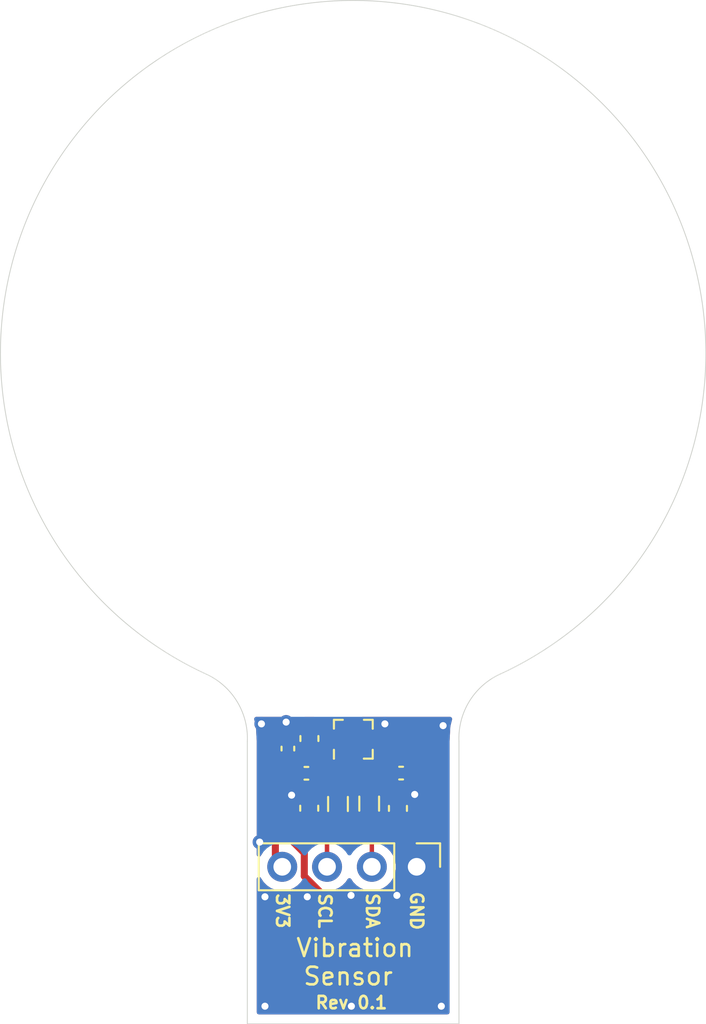
<source format=kicad_pcb>
(kicad_pcb (version 20171130) (host pcbnew "(5.1.8-0-10_14)")

  (general
    (thickness 1.6)
    (drawings 14)
    (tracks 77)
    (zones 0)
    (modules 11)
    (nets 7)
  )

  (page A4)
  (layers
    (0 F.Cu signal)
    (31 B.Cu signal)
    (32 B.Adhes user)
    (33 F.Adhes user)
    (34 B.Paste user)
    (35 F.Paste user)
    (36 B.SilkS user)
    (37 F.SilkS user)
    (38 B.Mask user hide)
    (39 F.Mask user hide)
    (40 Dwgs.User user hide)
    (41 Cmts.User user)
    (42 Eco1.User user)
    (43 Eco2.User user)
    (44 Edge.Cuts user)
    (45 Margin user)
    (46 B.CrtYd user)
    (47 F.CrtYd user)
    (48 B.Fab user)
    (49 F.Fab user)
  )

  (setup
    (last_trace_width 0.6)
    (user_trace_width 0.3)
    (user_trace_width 0.4)
    (user_trace_width 0.6)
    (user_trace_width 1)
    (trace_clearance 0.2)
    (zone_clearance 0.508)
    (zone_45_only no)
    (trace_min 0.2)
    (via_size 0.8)
    (via_drill 0.4)
    (via_min_size 0.4)
    (via_min_drill 0.3)
    (uvia_size 0.3)
    (uvia_drill 0.1)
    (uvias_allowed no)
    (uvia_min_size 0.2)
    (uvia_min_drill 0.1)
    (edge_width 0.05)
    (segment_width 0.2)
    (pcb_text_width 0.3)
    (pcb_text_size 1.5 1.5)
    (mod_edge_width 0.12)
    (mod_text_size 1 1)
    (mod_text_width 0.15)
    (pad_size 1.524 1.524)
    (pad_drill 0.762)
    (pad_to_mask_clearance 0)
    (aux_axis_origin 0 0)
    (visible_elements FFFFFF7F)
    (pcbplotparams
      (layerselection 0x010f0_ffffffff)
      (usegerberextensions false)
      (usegerberattributes true)
      (usegerberadvancedattributes true)
      (creategerberjobfile true)
      (excludeedgelayer false)
      (linewidth 0.100000)
      (plotframeref false)
      (viasonmask false)
      (mode 1)
      (useauxorigin false)
      (hpglpennumber 1)
      (hpglpenspeed 20)
      (hpglpendiameter 15.000000)
      (psnegative false)
      (psa4output false)
      (plotreference true)
      (plotvalue true)
      (plotinvisibletext false)
      (padsonsilk false)
      (subtractmaskfromsilk false)
      (outputformat 1)
      (mirror false)
      (drillshape 0)
      (scaleselection 1)
      (outputdirectory "assembly"))
  )

  (net 0 "")
  (net 1 GND)
  (net 2 +3V3)
  (net 3 /SCL)
  (net 4 /SDA)
  (net 5 "Net-(C104-Pad1)")
  (net 6 "Net-(C105-Pad1)")

  (net_class Default "This is the default net class."
    (clearance 0.2)
    (trace_width 0.25)
    (via_dia 0.8)
    (via_drill 0.4)
    (uvia_dia 0.3)
    (uvia_drill 0.1)
    (add_net +3V3)
    (add_net /SCL)
    (add_net /SDA)
    (add_net GND)
    (add_net "Net-(C104-Pad1)")
    (add_net "Net-(C105-Pad1)")
    (add_net "Net-(U101-Pad11)")
    (add_net "Net-(U101-Pad12)")
  )

  (module Connector_PinHeader_2.54mm:PinHeader_1x04_P2.54mm_Vertical (layer F.Cu) (tedit 59FED5CC) (tstamp 5FC15AB3)
    (at 135.6 101.1 270)
    (descr "Through hole straight pin header, 1x04, 2.54mm pitch, single row")
    (tags "Through hole pin header THT 1x04 2.54mm single row")
    (path /5FC632AA)
    (attr virtual)
    (fp_text reference J101 (at 0 -2.33 90) (layer F.SilkS) hide
      (effects (font (size 1 1) (thickness 0.15)))
    )
    (fp_text value Interface (at 0 9.95 90) (layer F.Fab) hide
      (effects (font (size 1 1) (thickness 0.15)))
    )
    (fp_text user %R (at 0 3.81) (layer F.Fab) hide
      (effects (font (size 1 1) (thickness 0.15)))
    )
    (fp_line (start -0.635 -1.27) (end 1.27 -1.27) (layer F.Fab) (width 0.1))
    (fp_line (start 1.27 -1.27) (end 1.27 8.89) (layer F.Fab) (width 0.1))
    (fp_line (start 1.27 8.89) (end -1.27 8.89) (layer F.Fab) (width 0.1))
    (fp_line (start -1.27 8.89) (end -1.27 -0.635) (layer F.Fab) (width 0.1))
    (fp_line (start -1.27 -0.635) (end -0.635 -1.27) (layer F.Fab) (width 0.1))
    (fp_line (start -1.33 8.95) (end 1.33 8.95) (layer F.SilkS) (width 0.12))
    (fp_line (start -1.33 1.27) (end -1.33 8.95) (layer F.SilkS) (width 0.12))
    (fp_line (start 1.33 1.27) (end 1.33 8.95) (layer F.SilkS) (width 0.12))
    (fp_line (start -1.33 1.27) (end 1.33 1.27) (layer F.SilkS) (width 0.12))
    (fp_line (start -1.33 0) (end -1.33 -1.33) (layer F.SilkS) (width 0.12))
    (fp_line (start -1.33 -1.33) (end 0 -1.33) (layer F.SilkS) (width 0.12))
    (fp_line (start -1.8 -1.8) (end -1.8 9.4) (layer F.CrtYd) (width 0.05))
    (fp_line (start -1.8 9.4) (end 1.8 9.4) (layer F.CrtYd) (width 0.05))
    (fp_line (start 1.8 9.4) (end 1.8 -1.8) (layer F.CrtYd) (width 0.05))
    (fp_line (start 1.8 -1.8) (end -1.8 -1.8) (layer F.CrtYd) (width 0.05))
    (pad 4 thru_hole oval (at 0 7.62 270) (size 1.7 1.7) (drill 1) (layers *.Cu *.Mask)
      (net 2 +3V3))
    (pad 3 thru_hole oval (at 0 5.08 270) (size 1.7 1.7) (drill 1) (layers *.Cu *.Mask)
      (net 3 /SCL))
    (pad 2 thru_hole oval (at 0 2.54 270) (size 1.7 1.7) (drill 1) (layers *.Cu *.Mask)
      (net 4 /SDA))
    (pad 1 thru_hole rect (at 0 0 270) (size 1.7 1.7) (drill 1) (layers *.Cu *.Mask)
      (net 1 GND))
    (model ${KISYS3DMOD}/Connector_PinHeader_2.54mm.3dshapes/PinHeader_1x04_P2.54mm_Vertical.wrl
      (at (xyz 0 0 0))
      (scale (xyz 1 1 1))
      (rotate (xyz 0 0 0))
    )
  )

  (module Inductor_SMD:L_0805_2012Metric (layer F.Cu) (tedit 5F68FEF0) (tstamp 5FC1790F)
    (at 131.14 97.54 90)
    (descr "Inductor SMD 0805 (2012 Metric), square (rectangular) end terminal, IPC_7351 nominal, (Body size source: IPC-SM-782 page 80, https://www.pcb-3d.com/wordpress/wp-content/uploads/ipc-sm-782a_amendment_1_and_2.pdf), generated with kicad-footprint-generator")
    (tags inductor)
    (path /5FCC7391)
    (attr smd)
    (fp_text reference FB102 (at 0 -1.55 90) (layer F.SilkS) hide
      (effects (font (size 1 1) (thickness 0.15)))
    )
    (fp_text value GZ2012D101TF (at 0 1.55 90) (layer F.Fab) hide
      (effects (font (size 1 1) (thickness 0.15)))
    )
    (fp_text user %R (at 0 0 90) (layer F.Fab) hide
      (effects (font (size 0.5 0.5) (thickness 0.08)))
    )
    (fp_line (start -1 0.45) (end -1 -0.45) (layer F.Fab) (width 0.1))
    (fp_line (start -1 -0.45) (end 1 -0.45) (layer F.Fab) (width 0.1))
    (fp_line (start 1 -0.45) (end 1 0.45) (layer F.Fab) (width 0.1))
    (fp_line (start 1 0.45) (end -1 0.45) (layer F.Fab) (width 0.1))
    (fp_line (start -0.399622 -0.56) (end 0.399622 -0.56) (layer F.SilkS) (width 0.12))
    (fp_line (start -0.399622 0.56) (end 0.399622 0.56) (layer F.SilkS) (width 0.12))
    (fp_line (start -1.75 0.85) (end -1.75 -0.85) (layer F.CrtYd) (width 0.05))
    (fp_line (start -1.75 -0.85) (end 1.75 -0.85) (layer F.CrtYd) (width 0.05))
    (fp_line (start 1.75 -0.85) (end 1.75 0.85) (layer F.CrtYd) (width 0.05))
    (fp_line (start 1.75 0.85) (end -1.75 0.85) (layer F.CrtYd) (width 0.05))
    (pad 2 smd roundrect (at 1.0625 0 90) (size 0.875 1.2) (layers F.Cu F.Paste F.Mask) (roundrect_rratio 0.25)
      (net 6 "Net-(C105-Pad1)"))
    (pad 1 smd roundrect (at -1.0625 0 90) (size 0.875 1.2) (layers F.Cu F.Paste F.Mask) (roundrect_rratio 0.25)
      (net 3 /SCL))
    (model ${KISYS3DMOD}/Inductor_SMD.3dshapes/L_0805_2012Metric.wrl
      (at (xyz 0 0 0))
      (scale (xyz 1 1 1))
      (rotate (xyz 0 0 0))
    )
  )

  (module Inductor_SMD:L_0805_2012Metric (layer F.Cu) (tedit 5F68FEF0) (tstamp 5FC178FE)
    (at 132.91 97.52 90)
    (descr "Inductor SMD 0805 (2012 Metric), square (rectangular) end terminal, IPC_7351 nominal, (Body size source: IPC-SM-782 page 80, https://www.pcb-3d.com/wordpress/wp-content/uploads/ipc-sm-782a_amendment_1_and_2.pdf), generated with kicad-footprint-generator")
    (tags inductor)
    (path /5FAA482A)
    (attr smd)
    (fp_text reference FB101 (at 0 -1.55 90) (layer F.SilkS) hide
      (effects (font (size 1 1) (thickness 0.15)))
    )
    (fp_text value GZ2012D101TF (at 0 1.55 90) (layer F.Fab) hide
      (effects (font (size 1 1) (thickness 0.15)))
    )
    (fp_text user %R (at 0 0 90) (layer F.Fab) hide
      (effects (font (size 0.5 0.5) (thickness 0.08)))
    )
    (fp_line (start -1 0.45) (end -1 -0.45) (layer F.Fab) (width 0.1))
    (fp_line (start -1 -0.45) (end 1 -0.45) (layer F.Fab) (width 0.1))
    (fp_line (start 1 -0.45) (end 1 0.45) (layer F.Fab) (width 0.1))
    (fp_line (start 1 0.45) (end -1 0.45) (layer F.Fab) (width 0.1))
    (fp_line (start -0.399622 -0.56) (end 0.399622 -0.56) (layer F.SilkS) (width 0.12))
    (fp_line (start -0.399622 0.56) (end 0.399622 0.56) (layer F.SilkS) (width 0.12))
    (fp_line (start -1.75 0.85) (end -1.75 -0.85) (layer F.CrtYd) (width 0.05))
    (fp_line (start -1.75 -0.85) (end 1.75 -0.85) (layer F.CrtYd) (width 0.05))
    (fp_line (start 1.75 -0.85) (end 1.75 0.85) (layer F.CrtYd) (width 0.05))
    (fp_line (start 1.75 0.85) (end -1.75 0.85) (layer F.CrtYd) (width 0.05))
    (pad 2 smd roundrect (at 1.0625 0 90) (size 0.875 1.2) (layers F.Cu F.Paste F.Mask) (roundrect_rratio 0.25)
      (net 5 "Net-(C104-Pad1)"))
    (pad 1 smd roundrect (at -1.0625 0 90) (size 0.875 1.2) (layers F.Cu F.Paste F.Mask) (roundrect_rratio 0.25)
      (net 4 /SDA))
    (model ${KISYS3DMOD}/Inductor_SMD.3dshapes/L_0805_2012Metric.wrl
      (at (xyz 0 0 0))
      (scale (xyz 1 1 1))
      (rotate (xyz 0 0 0))
    )
  )

  (module Capacitor_SMD:C_0402_1005Metric (layer F.Cu) (tedit 5F68FEEE) (tstamp 5FC178CD)
    (at 129.35 95.8 180)
    (descr "Capacitor SMD 0402 (1005 Metric), square (rectangular) end terminal, IPC_7351 nominal, (Body size source: IPC-SM-782 page 76, https://www.pcb-3d.com/wordpress/wp-content/uploads/ipc-sm-782a_amendment_1_and_2.pdf), generated with kicad-footprint-generator")
    (tags capacitor)
    (path /5FCC738A)
    (attr smd)
    (fp_text reference C105 (at 0 -1.16) (layer F.SilkS) hide
      (effects (font (size 1 1) (thickness 0.15)))
    )
    (fp_text value 33pF (at 0 1.16) (layer F.Fab) hide
      (effects (font (size 1 1) (thickness 0.15)))
    )
    (fp_text user %R (at 0 0) (layer F.Fab) hide
      (effects (font (size 0.25 0.25) (thickness 0.04)))
    )
    (fp_line (start -0.5 0.25) (end -0.5 -0.25) (layer F.Fab) (width 0.1))
    (fp_line (start -0.5 -0.25) (end 0.5 -0.25) (layer F.Fab) (width 0.1))
    (fp_line (start 0.5 -0.25) (end 0.5 0.25) (layer F.Fab) (width 0.1))
    (fp_line (start 0.5 0.25) (end -0.5 0.25) (layer F.Fab) (width 0.1))
    (fp_line (start -0.107836 -0.36) (end 0.107836 -0.36) (layer F.SilkS) (width 0.12))
    (fp_line (start -0.107836 0.36) (end 0.107836 0.36) (layer F.SilkS) (width 0.12))
    (fp_line (start -0.91 0.46) (end -0.91 -0.46) (layer F.CrtYd) (width 0.05))
    (fp_line (start -0.91 -0.46) (end 0.91 -0.46) (layer F.CrtYd) (width 0.05))
    (fp_line (start 0.91 -0.46) (end 0.91 0.46) (layer F.CrtYd) (width 0.05))
    (fp_line (start 0.91 0.46) (end -0.91 0.46) (layer F.CrtYd) (width 0.05))
    (pad 2 smd roundrect (at 0.48 0 180) (size 0.56 0.62) (layers F.Cu F.Paste F.Mask) (roundrect_rratio 0.25)
      (net 1 GND))
    (pad 1 smd roundrect (at -0.48 0 180) (size 0.56 0.62) (layers F.Cu F.Paste F.Mask) (roundrect_rratio 0.25)
      (net 6 "Net-(C105-Pad1)"))
    (model ${KISYS3DMOD}/Capacitor_SMD.3dshapes/C_0402_1005Metric.wrl
      (at (xyz 0 0 0))
      (scale (xyz 1 1 1))
      (rotate (xyz 0 0 0))
    )
  )

  (module Capacitor_SMD:C_0402_1005Metric (layer F.Cu) (tedit 5F68FEEE) (tstamp 5FC178BC)
    (at 134.72 95.79)
    (descr "Capacitor SMD 0402 (1005 Metric), square (rectangular) end terminal, IPC_7351 nominal, (Body size source: IPC-SM-782 page 76, https://www.pcb-3d.com/wordpress/wp-content/uploads/ipc-sm-782a_amendment_1_and_2.pdf), generated with kicad-footprint-generator")
    (tags capacitor)
    (path /5F9C41BC)
    (attr smd)
    (fp_text reference C104 (at 0 -1.16) (layer F.SilkS) hide
      (effects (font (size 1 1) (thickness 0.15)))
    )
    (fp_text value 33pF (at 0 1.16) (layer F.Fab) hide
      (effects (font (size 1 1) (thickness 0.15)))
    )
    (fp_text user %R (at 0 0) (layer F.Fab) hide
      (effects (font (size 0.25 0.25) (thickness 0.04)))
    )
    (fp_line (start -0.5 0.25) (end -0.5 -0.25) (layer F.Fab) (width 0.1))
    (fp_line (start -0.5 -0.25) (end 0.5 -0.25) (layer F.Fab) (width 0.1))
    (fp_line (start 0.5 -0.25) (end 0.5 0.25) (layer F.Fab) (width 0.1))
    (fp_line (start 0.5 0.25) (end -0.5 0.25) (layer F.Fab) (width 0.1))
    (fp_line (start -0.107836 -0.36) (end 0.107836 -0.36) (layer F.SilkS) (width 0.12))
    (fp_line (start -0.107836 0.36) (end 0.107836 0.36) (layer F.SilkS) (width 0.12))
    (fp_line (start -0.91 0.46) (end -0.91 -0.46) (layer F.CrtYd) (width 0.05))
    (fp_line (start -0.91 -0.46) (end 0.91 -0.46) (layer F.CrtYd) (width 0.05))
    (fp_line (start 0.91 -0.46) (end 0.91 0.46) (layer F.CrtYd) (width 0.05))
    (fp_line (start 0.91 0.46) (end -0.91 0.46) (layer F.CrtYd) (width 0.05))
    (pad 2 smd roundrect (at 0.48 0) (size 0.56 0.62) (layers F.Cu F.Paste F.Mask) (roundrect_rratio 0.25)
      (net 1 GND))
    (pad 1 smd roundrect (at -0.48 0) (size 0.56 0.62) (layers F.Cu F.Paste F.Mask) (roundrect_rratio 0.25)
      (net 5 "Net-(C104-Pad1)"))
    (model ${KISYS3DMOD}/Capacitor_SMD.3dshapes/C_0402_1005Metric.wrl
      (at (xyz 0 0 0))
      (scale (xyz 1 1 1))
      (rotate (xyz 0 0 0))
    )
  )

  (module Capacitor_SMD:C_0603_1608Metric (layer F.Cu) (tedit 5F68FEEE) (tstamp 5FC178AB)
    (at 129.51 97.78 90)
    (descr "Capacitor SMD 0603 (1608 Metric), square (rectangular) end terminal, IPC_7351 nominal, (Body size source: IPC-SM-782 page 76, https://www.pcb-3d.com/wordpress/wp-content/uploads/ipc-sm-782a_amendment_1_and_2.pdf), generated with kicad-footprint-generator")
    (tags capacitor)
    (path /5FCC737D)
    (attr smd)
    (fp_text reference C103 (at 0 -1.43 90) (layer F.SilkS) hide
      (effects (font (size 1 1) (thickness 0.15)))
    )
    (fp_text value 33pF/50V (at 0 1.43 90) (layer F.Fab) hide
      (effects (font (size 1 1) (thickness 0.15)))
    )
    (fp_text user %R (at 0 0 90) (layer F.Fab) hide
      (effects (font (size 0.4 0.4) (thickness 0.06)))
    )
    (fp_line (start -0.8 0.4) (end -0.8 -0.4) (layer F.Fab) (width 0.1))
    (fp_line (start -0.8 -0.4) (end 0.8 -0.4) (layer F.Fab) (width 0.1))
    (fp_line (start 0.8 -0.4) (end 0.8 0.4) (layer F.Fab) (width 0.1))
    (fp_line (start 0.8 0.4) (end -0.8 0.4) (layer F.Fab) (width 0.1))
    (fp_line (start -0.14058 -0.51) (end 0.14058 -0.51) (layer F.SilkS) (width 0.12))
    (fp_line (start -0.14058 0.51) (end 0.14058 0.51) (layer F.SilkS) (width 0.12))
    (fp_line (start -1.48 0.73) (end -1.48 -0.73) (layer F.CrtYd) (width 0.05))
    (fp_line (start -1.48 -0.73) (end 1.48 -0.73) (layer F.CrtYd) (width 0.05))
    (fp_line (start 1.48 -0.73) (end 1.48 0.73) (layer F.CrtYd) (width 0.05))
    (fp_line (start 1.48 0.73) (end -1.48 0.73) (layer F.CrtYd) (width 0.05))
    (pad 2 smd roundrect (at 0.775 0 90) (size 0.9 0.95) (layers F.Cu F.Paste F.Mask) (roundrect_rratio 0.25)
      (net 1 GND))
    (pad 1 smd roundrect (at -0.775 0 90) (size 0.9 0.95) (layers F.Cu F.Paste F.Mask) (roundrect_rratio 0.25)
      (net 3 /SCL))
    (model ${KISYS3DMOD}/Capacitor_SMD.3dshapes/C_0603_1608Metric.wrl
      (at (xyz 0 0 0))
      (scale (xyz 1 1 1))
      (rotate (xyz 0 0 0))
    )
  )

  (module Capacitor_SMD:C_0603_1608Metric (layer F.Cu) (tedit 5F68FEEE) (tstamp 5FC1789A)
    (at 134.54 97.79 90)
    (descr "Capacitor SMD 0603 (1608 Metric), square (rectangular) end terminal, IPC_7351 nominal, (Body size source: IPC-SM-782 page 76, https://www.pcb-3d.com/wordpress/wp-content/uploads/ipc-sm-782a_amendment_1_and_2.pdf), generated with kicad-footprint-generator")
    (tags capacitor)
    (path /5F9C419C)
    (attr smd)
    (fp_text reference C102 (at 0 -1.43 90) (layer F.SilkS) hide
      (effects (font (size 1 1) (thickness 0.15)))
    )
    (fp_text value 33pF/50V (at 0 1.43 90) (layer F.Fab) hide
      (effects (font (size 1 1) (thickness 0.15)))
    )
    (fp_text user %R (at 0 0 90) (layer F.Fab) hide
      (effects (font (size 0.4 0.4) (thickness 0.06)))
    )
    (fp_line (start -0.8 0.4) (end -0.8 -0.4) (layer F.Fab) (width 0.1))
    (fp_line (start -0.8 -0.4) (end 0.8 -0.4) (layer F.Fab) (width 0.1))
    (fp_line (start 0.8 -0.4) (end 0.8 0.4) (layer F.Fab) (width 0.1))
    (fp_line (start 0.8 0.4) (end -0.8 0.4) (layer F.Fab) (width 0.1))
    (fp_line (start -0.14058 -0.51) (end 0.14058 -0.51) (layer F.SilkS) (width 0.12))
    (fp_line (start -0.14058 0.51) (end 0.14058 0.51) (layer F.SilkS) (width 0.12))
    (fp_line (start -1.48 0.73) (end -1.48 -0.73) (layer F.CrtYd) (width 0.05))
    (fp_line (start -1.48 -0.73) (end 1.48 -0.73) (layer F.CrtYd) (width 0.05))
    (fp_line (start 1.48 -0.73) (end 1.48 0.73) (layer F.CrtYd) (width 0.05))
    (fp_line (start 1.48 0.73) (end -1.48 0.73) (layer F.CrtYd) (width 0.05))
    (pad 2 smd roundrect (at 0.775 0 90) (size 0.9 0.95) (layers F.Cu F.Paste F.Mask) (roundrect_rratio 0.25)
      (net 1 GND))
    (pad 1 smd roundrect (at -0.775 0 90) (size 0.9 0.95) (layers F.Cu F.Paste F.Mask) (roundrect_rratio 0.25)
      (net 4 /SDA))
    (model ${KISYS3DMOD}/Capacitor_SMD.3dshapes/C_0603_1608Metric.wrl
      (at (xyz 0 0 0))
      (scale (xyz 1 1 1))
      (rotate (xyz 0 0 0))
    )
  )

  (module MountingHole:MountingHole_8.4mm_M8 (layer F.Cu) (tedit 56D1B4CB) (tstamp 5FC162D7)
    (at 132 72)
    (descr "Mounting Hole 8.4mm, no annular, M8")
    (tags "mounting hole 8.4mm no annular m8")
    (path /5FC90C97)
    (attr virtual)
    (fp_text reference H101 (at 0 -9.4) (layer F.SilkS) hide
      (effects (font (size 1 1) (thickness 0.15)))
    )
    (fp_text value MountingHole (at 0 9.4) (layer F.Fab) hide
      (effects (font (size 1 1) (thickness 0.15)))
    )
    (fp_text user %R (at 0.3 0) (layer F.Fab) hide
      (effects (font (size 1 1) (thickness 0.15)))
    )
    (fp_circle (center 0 0) (end 8.4 0) (layer Cmts.User) (width 0.15))
    (fp_circle (center 0 0) (end 8.65 0) (layer F.CrtYd) (width 0.05))
    (pad 1 np_thru_hole circle (at 0 0) (size 8.4 8.4) (drill 8.4) (layers *.Cu *.Mask))
  )

  (module Package_LGA:LGA-12_2x2mm_P0.5mm (layer F.Cu) (tedit 5A0AAFFD) (tstamp 5FC165EC)
    (at 132.01 93.87 90)
    (descr LGA12)
    (tags "lga land grid array")
    (path /5FC511BE)
    (attr smd)
    (fp_text reference U101 (at 0 -1.85 90) (layer F.SilkS) hide
      (effects (font (size 1 1) (thickness 0.15)))
    )
    (fp_text value LIS2HH12 (at 0 1.6 90) (layer F.Fab) hide
      (effects (font (size 1 1) (thickness 0.15)))
    )
    (fp_text user %R (at 0.36 2.67 90) (layer F.Fab) hide
      (effects (font (size 0.5 0.5) (thickness 0.075)))
    )
    (fp_line (start 1 -1) (end 1 1) (layer F.Fab) (width 0.1))
    (fp_line (start 1 1) (end -1 1) (layer F.Fab) (width 0.1))
    (fp_line (start -1 1) (end -1 -0.5) (layer F.Fab) (width 0.1))
    (fp_line (start -1 -0.5) (end -0.5 -1) (layer F.Fab) (width 0.1))
    (fp_line (start -0.5 -1) (end 1 -1) (layer F.Fab) (width 0.1))
    (fp_line (start 0.6 -1.1) (end 1.1 -1.1) (layer F.SilkS) (width 0.12))
    (fp_line (start 1.1 -1.1) (end 1.1 -0.6) (layer F.SilkS) (width 0.12))
    (fp_line (start 1.1 -0.6) (end 1.1 -0.6) (layer F.SilkS) (width 0.12))
    (fp_line (start 1.1 0.6) (end 1.1 1.1) (layer F.SilkS) (width 0.12))
    (fp_line (start 1.1 1.1) (end 0.6 1.1) (layer F.SilkS) (width 0.12))
    (fp_line (start 0.6 1.1) (end 0.6 1.1) (layer F.SilkS) (width 0.12))
    (fp_line (start -0.6 1.1) (end -1.1 1.1) (layer F.SilkS) (width 0.12))
    (fp_line (start -1.1 1.1) (end -1.1 0.6) (layer F.SilkS) (width 0.12))
    (fp_line (start -1.1 0.6) (end -1.1 0.6) (layer F.SilkS) (width 0.12))
    (fp_line (start -0.6 -1.1) (end -1.1 -1.1) (layer F.SilkS) (width 0.12))
    (fp_line (start -1.1 -1.1) (end -1.1 -1.1) (layer F.SilkS) (width 0.12))
    (fp_line (start 1.25 -1.25) (end 1.25 1.25) (layer F.CrtYd) (width 0.05))
    (fp_line (start 1.25 1.25) (end -1.25 1.25) (layer F.CrtYd) (width 0.05))
    (fp_line (start -1.25 1.25) (end -1.25 -1.25) (layer F.CrtYd) (width 0.05))
    (fp_line (start -1.25 -1.25) (end 1.25 -1.25) (layer F.CrtYd) (width 0.05))
    (pad 12 smd rect (at -0.25 -0.7625 180) (size 0.375 0.35) (layers F.Cu F.Paste F.Mask))
    (pad 11 smd rect (at 0.25 -0.7625 180) (size 0.375 0.35) (layers F.Cu F.Paste F.Mask))
    (pad 6 smd rect (at 0.25 0.7625 180) (size 0.375 0.35) (layers F.Cu F.Paste F.Mask)
      (net 1 GND))
    (pad 5 smd rect (at -0.25 0.7625 180) (size 0.375 0.35) (layers F.Cu F.Paste F.Mask)
      (net 1 GND))
    (pad 10 smd rect (at 0.7625 -0.75 90) (size 0.375 0.35) (layers F.Cu F.Paste F.Mask)
      (net 2 +3V3))
    (pad 1 smd rect (at -0.7625 -0.75 90) (size 0.375 0.35) (layers F.Cu F.Paste F.Mask)
      (net 6 "Net-(C105-Pad1)"))
    (pad 7 smd rect (at 0.7625 0.75 90) (size 0.375 0.35) (layers F.Cu F.Paste F.Mask)
      (net 1 GND))
    (pad 4 smd rect (at -0.7625 0.75 90) (size 0.375 0.35) (layers F.Cu F.Paste F.Mask)
      (net 5 "Net-(C104-Pad1)"))
    (pad 8 smd rect (at 0.7625 0.25 90) (size 0.375 0.35) (layers F.Cu F.Paste F.Mask)
      (net 1 GND))
    (pad 9 smd rect (at 0.7625 -0.25 90) (size 0.375 0.35) (layers F.Cu F.Paste F.Mask)
      (net 2 +3V3))
    (pad 3 smd rect (at -0.7625 0.25 90) (size 0.375 0.35) (layers F.Cu F.Paste F.Mask)
      (net 2 +3V3))
    (pad 2 smd rect (at -0.7625 -0.25 90) (size 0.375 0.35) (layers F.Cu F.Paste F.Mask)
      (net 2 +3V3))
    (model ${KISYS3DMOD}/Package_LGA.3dshapes/LGA-12_2x2mm_P0.5mm.wrl
      (at (xyz 0 0 0))
      (scale (xyz 1 1 1))
      (rotate (xyz 0 0 0))
    )
  )

  (module Capacitor_SMD:C_0402_1005Metric (layer F.Cu) (tedit 5F68FEEE) (tstamp 5FC15A66)
    (at 128.3 94.4 90)
    (descr "Capacitor SMD 0402 (1005 Metric), square (rectangular) end terminal, IPC_7351 nominal, (Body size source: IPC-SM-782 page 76, https://www.pcb-3d.com/wordpress/wp-content/uploads/ipc-sm-782a_amendment_1_and_2.pdf), generated with kicad-footprint-generator")
    (tags capacitor)
    (path /5FD1D650)
    (attr smd)
    (fp_text reference C305 (at 0 -1.16 90) (layer F.SilkS) hide
      (effects (font (size 1 1) (thickness 0.15)))
    )
    (fp_text value 100nF (at 0 1.16 90) (layer F.Fab) hide
      (effects (font (size 1 1) (thickness 0.15)))
    )
    (fp_text user %R (at 0 0 90) (layer F.Fab) hide
      (effects (font (size 0.25 0.25) (thickness 0.04)))
    )
    (fp_line (start -0.5 0.25) (end -0.5 -0.25) (layer F.Fab) (width 0.1))
    (fp_line (start -0.5 -0.25) (end 0.5 -0.25) (layer F.Fab) (width 0.1))
    (fp_line (start 0.5 -0.25) (end 0.5 0.25) (layer F.Fab) (width 0.1))
    (fp_line (start 0.5 0.25) (end -0.5 0.25) (layer F.Fab) (width 0.1))
    (fp_line (start -0.107836 -0.36) (end 0.107836 -0.36) (layer F.SilkS) (width 0.12))
    (fp_line (start -0.107836 0.36) (end 0.107836 0.36) (layer F.SilkS) (width 0.12))
    (fp_line (start -0.91 0.46) (end -0.91 -0.46) (layer F.CrtYd) (width 0.05))
    (fp_line (start -0.91 -0.46) (end 0.91 -0.46) (layer F.CrtYd) (width 0.05))
    (fp_line (start 0.91 -0.46) (end 0.91 0.46) (layer F.CrtYd) (width 0.05))
    (fp_line (start 0.91 0.46) (end -0.91 0.46) (layer F.CrtYd) (width 0.05))
    (pad 2 smd roundrect (at 0.48 0 90) (size 0.56 0.62) (layers F.Cu F.Paste F.Mask) (roundrect_rratio 0.25)
      (net 2 +3V3))
    (pad 1 smd roundrect (at -0.48 0 90) (size 0.56 0.62) (layers F.Cu F.Paste F.Mask) (roundrect_rratio 0.25)
      (net 1 GND))
    (model ${KISYS3DMOD}/Capacitor_SMD.3dshapes/C_0402_1005Metric.wrl
      (at (xyz 0 0 0))
      (scale (xyz 1 1 1))
      (rotate (xyz 0 0 0))
    )
  )

  (module Capacitor_SMD:C_0603_1608Metric (layer F.Cu) (tedit 5F68FEEE) (tstamp 5FC15A55)
    (at 129.52 93.83 90)
    (descr "Capacitor SMD 0603 (1608 Metric), square (rectangular) end terminal, IPC_7351 nominal, (Body size source: IPC-SM-782 page 76, https://www.pcb-3d.com/wordpress/wp-content/uploads/ipc-sm-782a_amendment_1_and_2.pdf), generated with kicad-footprint-generator")
    (tags capacitor)
    (path /5FD1C702)
    (attr smd)
    (fp_text reference C101 (at 0 -1.43 90) (layer F.SilkS) hide
      (effects (font (size 1 1) (thickness 0.15)))
    )
    (fp_text value 4.7uF (at 0 1.43 90) (layer F.Fab) hide
      (effects (font (size 1 1) (thickness 0.15)))
    )
    (fp_text user %R (at 0 0 90) (layer F.Fab) hide
      (effects (font (size 0.4 0.4) (thickness 0.06)))
    )
    (fp_line (start -0.8 0.4) (end -0.8 -0.4) (layer F.Fab) (width 0.1))
    (fp_line (start -0.8 -0.4) (end 0.8 -0.4) (layer F.Fab) (width 0.1))
    (fp_line (start 0.8 -0.4) (end 0.8 0.4) (layer F.Fab) (width 0.1))
    (fp_line (start 0.8 0.4) (end -0.8 0.4) (layer F.Fab) (width 0.1))
    (fp_line (start -0.14058 -0.51) (end 0.14058 -0.51) (layer F.SilkS) (width 0.12))
    (fp_line (start -0.14058 0.51) (end 0.14058 0.51) (layer F.SilkS) (width 0.12))
    (fp_line (start -1.48 0.73) (end -1.48 -0.73) (layer F.CrtYd) (width 0.05))
    (fp_line (start -1.48 -0.73) (end 1.48 -0.73) (layer F.CrtYd) (width 0.05))
    (fp_line (start 1.48 -0.73) (end 1.48 0.73) (layer F.CrtYd) (width 0.05))
    (fp_line (start 1.48 0.73) (end -1.48 0.73) (layer F.CrtYd) (width 0.05))
    (pad 2 smd roundrect (at 0.775 0 90) (size 0.9 0.95) (layers F.Cu F.Paste F.Mask) (roundrect_rratio 0.25)
      (net 2 +3V3))
    (pad 1 smd roundrect (at -0.775 0 90) (size 0.9 0.95) (layers F.Cu F.Paste F.Mask) (roundrect_rratio 0.25)
      (net 1 GND))
    (model ${KISYS3DMOD}/Capacitor_SMD.3dshapes/C_0603_1608Metric.wrl
      (at (xyz 0 0 0))
      (scale (xyz 1 1 1))
      (rotate (xyz 0 0 0))
    )
  )

  (gr_text "Rev 0.1" (at 131.9 108.8) (layer F.SilkS) (tstamp 5FC1882F)
    (effects (font (size 0.7 0.7) (thickness 0.15)))
  )
  (gr_text 3V3 (at 128 103.6 270) (layer F.SilkS) (tstamp 5FC18812)
    (effects (font (size 0.7 0.7) (thickness 0.15)))
  )
  (gr_text SCL (at 130.4 103.6 270) (layer F.SilkS) (tstamp 5FC18810)
    (effects (font (size 0.7 0.7) (thickness 0.15)))
  )
  (gr_text SDA (at 133.1 103.6 270) (layer F.SilkS) (tstamp 5FC1880E)
    (effects (font (size 0.7 0.7) (thickness 0.15)))
  )
  (gr_text GND (at 135.6 103.6 270) (layer F.SilkS)
    (effects (font (size 0.7 0.7) (thickness 0.15)))
  )
  (gr_text "Vibration\nSensor " (at 132.1 106.5) (layer F.SilkS)
    (effects (font (size 1 1) (thickness 0.15)))
  )
  (gr_line (start 126 110) (end 138 110) (layer Edge.Cuts) (width 0.05) (tstamp 5FC17EA7))
  (gr_line (start 138 94) (end 138 110) (layer Edge.Cuts) (width 0.05) (tstamp 5FC17E88))
  (gr_arc (start 142 93.82) (end 138 94) (angle 67.4211994) (layer Edge.Cuts) (width 0.05) (tstamp 5FC17E87))
  (gr_arc (start 122 93.82) (end 126 94) (angle -67.4211994) (layer Edge.Cuts) (width 0.05))
  (gr_line (start 126 94) (end 126 110) (layer Edge.Cuts) (width 0.05))
  (gr_arc (start 132 72) (end 140.297982 90.195702) (angle -310.9701567) (layer Edge.Cuts) (width 0.05))
  (gr_line (start 132 43) (end 132 135) (layer Dwgs.User) (width 0.15))
  (gr_circle (center 132 72) (end 112 72) (layer Dwgs.User) (width 0.15))

  (segment (start 132.26 93.1075) (end 132.76 93.1075) (width 0.25) (layer F.Cu) (net 1))
  (segment (start 132.76 93.6075) (end 132.7725 93.62) (width 0.25) (layer F.Cu) (net 1))
  (segment (start 132.76 93.1075) (end 132.76 93.6075) (width 0.25) (layer F.Cu) (net 1))
  (segment (start 135.6 101.1) (end 135.6 101.67) (width 0.25) (layer F.Cu) (net 1))
  (segment (start 135.6 101.1) (end 135.6 101.63) (width 0.4) (layer F.Cu) (net 1))
  (segment (start 135.6 101.63) (end 134.51 102.72) (width 0.4) (layer F.Cu) (net 1))
  (segment (start 129.230001 101.630001) (end 129.230001 100.320001) (width 0.4) (layer F.Cu) (net 1))
  (segment (start 130.32 102.72) (end 129.230001 101.630001) (width 0.4) (layer F.Cu) (net 1))
  (segment (start 134.51 102.72) (end 134.48 102.72) (width 0.4) (layer F.Cu) (net 1))
  (segment (start 128.63499 97.88001) (end 129.51 97.005) (width 0.4) (layer F.Cu) (net 1))
  (segment (start 128.63499 99.72499) (end 128.63499 97.88001) (width 0.4) (layer F.Cu) (net 1))
  (segment (start 129.230001 100.320001) (end 128.63499 99.72499) (width 0.4) (layer F.Cu) (net 1))
  (segment (start 128.87 96.365) (end 128.87 95.8) (width 0.4) (layer F.Cu) (net 1))
  (segment (start 129.51 97.005) (end 128.87 96.365) (width 0.4) (layer F.Cu) (net 1))
  (segment (start 128.87 95.45) (end 128.3 94.88) (width 0.4) (layer F.Cu) (net 1))
  (segment (start 128.87 95.8) (end 128.87 95.45) (width 0.4) (layer F.Cu) (net 1))
  (segment (start 129.245 94.88) (end 129.52 94.605) (width 0.4) (layer F.Cu) (net 1))
  (segment (start 128.3 94.88) (end 129.245 94.88) (width 0.4) (layer F.Cu) (net 1))
  (segment (start 135.6 98.075) (end 134.54 97.015) (width 0.4) (layer F.Cu) (net 1))
  (segment (start 135.6 101.1) (end 135.6 98.075) (width 0.4) (layer F.Cu) (net 1))
  (segment (start 135.2 96.355) (end 135.2 95.79) (width 0.4) (layer F.Cu) (net 1))
  (segment (start 134.54 97.015) (end 135.2 96.355) (width 0.4) (layer F.Cu) (net 1))
  (segment (start 132.7725 93.62) (end 132.7725 94.12) (width 0.25) (layer F.Cu) (net 1))
  (segment (start 135.2 95.79) (end 135.2 94.51) (width 0.25) (layer F.Cu) (net 1))
  (segment (start 134.31 93.62) (end 132.7725 93.62) (width 0.25) (layer F.Cu) (net 1))
  (segment (start 135.2 94.51) (end 134.31 93.62) (width 0.25) (layer F.Cu) (net 1))
  (via (at 126.8 93) (size 0.8) (drill 0.4) (layers F.Cu B.Cu) (net 1))
  (via (at 137.1 93.1) (size 0.8) (drill 0.4) (layers F.Cu B.Cu) (net 1))
  (via (at 137 109) (size 0.8) (drill 0.4) (layers F.Cu B.Cu) (net 1))
  (via (at 127 109) (size 0.8) (drill 0.4) (layers F.Cu B.Cu) (net 1))
  (via (at 131.9 109) (size 0.8) (drill 0.4) (layers F.Cu B.Cu) (net 1))
  (via (at 127 102.8) (size 0.8) (drill 0.4) (layers F.Cu B.Cu) (net 1))
  (via (at 129.4 102.8) (size 0.8) (drill 0.4) (layers F.Cu B.Cu) (net 1))
  (segment (start 131.88 102.72) (end 130.32 102.72) (width 0.4) (layer F.Cu) (net 1) (tstamp 5FC181F5))
  (via (at 131.88 102.72) (size 0.8) (drill 0.4) (layers F.Cu B.Cu) (net 1))
  (segment (start 134.48 102.72) (end 131.88 102.72) (width 0.4) (layer F.Cu) (net 1) (tstamp 5FC181F7))
  (via (at 134.48 102.72) (size 0.8) (drill 0.4) (layers F.Cu B.Cu) (net 1))
  (via (at 133.8 93) (size 0.8) (drill 0.4) (layers F.Cu B.Cu) (net 1))
  (via (at 126.7 99.7) (size 0.8) (drill 0.4) (layers F.Cu B.Cu) (net 1))
  (via (at 128.2 92.9) (size 0.8) (drill 0.4) (layers F.Cu B.Cu) (net 1) (tstamp 5FC181FD))
  (via (at 128.51 97.04) (size 0.8) (drill 0.4) (layers F.Cu B.Cu) (net 1) (tstamp 5FC1898C))
  (segment (start 128.545 97.005) (end 128.51 97.04) (width 0.6) (layer F.Cu) (net 1))
  (segment (start 129.51 97.005) (end 128.545 97.005) (width 0.6) (layer F.Cu) (net 1))
  (via (at 135.49 97) (size 0.8) (drill 0.4) (layers F.Cu B.Cu) (net 1) (tstamp 5FC189CF))
  (segment (start 135.475 97.015) (end 135.49 97) (width 0.6) (layer F.Cu) (net 1))
  (segment (start 134.54 97.015) (end 135.475 97.015) (width 0.6) (layer F.Cu) (net 1))
  (segment (start 131.76 94.6325) (end 131.76 93.1075) (width 0.25) (layer F.Cu) (net 2))
  (segment (start 131.76 93.1075) (end 131.26 93.1075) (width 0.25) (layer F.Cu) (net 2))
  (segment (start 129.5725 93.1075) (end 129.52 93.055) (width 0.25) (layer F.Cu) (net 2))
  (segment (start 131.26 93.1075) (end 129.5725 93.1075) (width 0.25) (layer F.Cu) (net 2))
  (segment (start 129.52 93.055) (end 129.195 93.055) (width 0.25) (layer F.Cu) (net 2))
  (segment (start 128.33 93.92) (end 128.3 93.92) (width 0.25) (layer F.Cu) (net 2))
  (segment (start 129.195 93.055) (end 128.33 93.92) (width 0.25) (layer F.Cu) (net 2))
  (segment (start 127.58999 100.70999) (end 127.98 101.1) (width 0.4) (layer F.Cu) (net 2))
  (segment (start 127.58999 94.32001) (end 127.58999 100.70999) (width 0.4) (layer F.Cu) (net 2))
  (segment (start 127.99 93.92) (end 127.58999 94.32001) (width 0.4) (layer F.Cu) (net 2))
  (segment (start 128.3 93.92) (end 127.99 93.92) (width 0.4) (layer F.Cu) (net 2))
  (segment (start 132.26 94.6325) (end 132.26 95.75) (width 0.25) (layer F.Cu) (net 2))
  (segment (start 132.26 95.75) (end 131.76 95.75) (width 0.25) (layer F.Cu) (net 2))
  (segment (start 131.76 95.75) (end 131.76 94.6325) (width 0.25) (layer F.Cu) (net 2))
  (segment (start 130.52 99.2225) (end 131.14 98.6025) (width 0.25) (layer F.Cu) (net 3))
  (segment (start 130.52 101.1) (end 130.52 99.2225) (width 0.25) (layer F.Cu) (net 3))
  (segment (start 130.52 101.1) (end 130.52 99.565) (width 0.25) (layer F.Cu) (net 3))
  (segment (start 129.5575 98.6025) (end 129.51 98.555) (width 0.25) (layer F.Cu) (net 3))
  (segment (start 131.14 98.6025) (end 129.5575 98.6025) (width 0.25) (layer F.Cu) (net 3))
  (segment (start 133.06 98.7325) (end 132.91 98.5825) (width 0.25) (layer F.Cu) (net 4))
  (segment (start 133.06 101.1) (end 133.06 98.7325) (width 0.25) (layer F.Cu) (net 4))
  (segment (start 134.5225 98.5825) (end 134.54 98.565) (width 0.25) (layer F.Cu) (net 4))
  (segment (start 132.91 98.5825) (end 134.5225 98.5825) (width 0.25) (layer F.Cu) (net 4))
  (segment (start 132.76 96.3075) (end 132.91 96.4575) (width 0.25) (layer F.Cu) (net 5))
  (segment (start 132.76 94.6325) (end 132.76 96.3075) (width 0.25) (layer F.Cu) (net 5))
  (segment (start 133.5775 95.79) (end 132.91 96.4575) (width 0.25) (layer F.Cu) (net 5))
  (segment (start 134.24 95.79) (end 133.5775 95.79) (width 0.25) (layer F.Cu) (net 5))
  (segment (start 131.14 94.7525) (end 131.26 94.6325) (width 0.25) (layer F.Cu) (net 6))
  (segment (start 131.14 96.4775) (end 131.14 94.7525) (width 0.25) (layer F.Cu) (net 6))
  (segment (start 130.4625 95.8) (end 131.14 96.4775) (width 0.25) (layer F.Cu) (net 6))
  (segment (start 129.83 95.8) (end 130.4625 95.8) (width 0.25) (layer F.Cu) (net 6))

  (zone (net 1) (net_name GND) (layer F.Cu) (tstamp 0) (hatch edge 0.508)
    (connect_pads yes (clearance 0.508))
    (min_thickness 0.254)
    (fill yes (arc_segments 32) (thermal_gap 0.508) (thermal_bridge_width 0.508))
    (polygon
      (pts
        (xy 138 109.99) (xy 126.01 109.99) (xy 126 92.6) (xy 138.01 92.6)
      )
    )
    (filled_polygon
      (pts
        (xy 137.401449 93.057471) (xy 137.39248 93.116613) (xy 137.382686 93.175625) (xy 137.382136 93.184824) (xy 137.341709 93.950228)
        (xy 137.34 93.967582) (xy 137.340001 109.34) (xy 126.66 109.34) (xy 126.66 101.79373) (xy 126.66401 101.803411)
        (xy 126.826525 102.046632) (xy 127.033368 102.253475) (xy 127.276589 102.41599) (xy 127.546842 102.527932) (xy 127.83374 102.585)
        (xy 128.12626 102.585) (xy 128.413158 102.527932) (xy 128.683411 102.41599) (xy 128.926632 102.253475) (xy 129.133475 102.046632)
        (xy 129.25 101.87224) (xy 129.366525 102.046632) (xy 129.573368 102.253475) (xy 129.816589 102.41599) (xy 130.086842 102.527932)
        (xy 130.37374 102.585) (xy 130.66626 102.585) (xy 130.953158 102.527932) (xy 131.223411 102.41599) (xy 131.466632 102.253475)
        (xy 131.673475 102.046632) (xy 131.79 101.87224) (xy 131.906525 102.046632) (xy 132.113368 102.253475) (xy 132.356589 102.41599)
        (xy 132.626842 102.527932) (xy 132.91374 102.585) (xy 133.20626 102.585) (xy 133.493158 102.527932) (xy 133.763411 102.41599)
        (xy 134.006632 102.253475) (xy 134.213475 102.046632) (xy 134.37599 101.803411) (xy 134.487932 101.533158) (xy 134.545 101.24626)
        (xy 134.545 100.95374) (xy 134.487932 100.666842) (xy 134.37599 100.396589) (xy 134.213475 100.153368) (xy 134.006632 99.946525)
        (xy 133.82 99.821822) (xy 133.82 99.512694) (xy 133.959717 99.587375) (xy 134.121623 99.636488) (xy 134.29 99.653072)
        (xy 134.79 99.653072) (xy 134.958377 99.636488) (xy 135.120283 99.587375) (xy 135.269497 99.507618) (xy 135.400284 99.400284)
        (xy 135.507618 99.269497) (xy 135.587375 99.120283) (xy 135.636488 98.958377) (xy 135.653072 98.79) (xy 135.653072 98.34)
        (xy 135.636488 98.171623) (xy 135.587375 98.009717) (xy 135.507618 97.860503) (xy 135.400284 97.729716) (xy 135.269497 97.622382)
        (xy 135.120283 97.542625) (xy 134.958377 97.493512) (xy 134.79 97.476928) (xy 134.29 97.476928) (xy 134.121623 97.493512)
        (xy 133.959717 97.542625) (xy 133.810503 97.622382) (xy 133.771253 97.654594) (xy 133.767275 97.651329) (xy 133.619142 97.57215)
        (xy 133.458408 97.523392) (xy 133.423969 97.52) (xy 133.458408 97.516608) (xy 133.619142 97.46785) (xy 133.767275 97.388671)
        (xy 133.897115 97.282115) (xy 134.003671 97.152275) (xy 134.08285 97.004142) (xy 134.131608 96.843408) (xy 134.141983 96.738072)
        (xy 134.38 96.738072) (xy 134.531794 96.723122) (xy 134.677755 96.678845) (xy 134.812274 96.606943) (xy 134.93018 96.51018)
        (xy 135.026943 96.392274) (xy 135.098845 96.257755) (xy 135.143122 96.111794) (xy 135.158072 95.96) (xy 135.158072 95.62)
        (xy 135.143122 95.468206) (xy 135.098845 95.322245) (xy 135.026943 95.187726) (xy 134.93018 95.06982) (xy 134.812274 94.973057)
        (xy 134.677755 94.901155) (xy 134.531794 94.856878) (xy 134.38 94.841928) (xy 134.1 94.841928) (xy 133.948206 94.856878)
        (xy 133.802245 94.901155) (xy 133.667726 94.973057) (xy 133.600108 95.02855) (xy 133.5775 95.026323) (xy 133.540167 95.03)
        (xy 133.534707 95.030538) (xy 133.560812 94.944482) (xy 133.573072 94.82) (xy 133.573072 94.445) (xy 133.560812 94.320518)
        (xy 133.524502 94.20082) (xy 133.465537 94.090506) (xy 133.386185 93.993815) (xy 133.289494 93.914463) (xy 133.17918 93.855498)
        (xy 133.059482 93.819188) (xy 132.935 93.806928) (xy 132.585 93.806928) (xy 132.52 93.81333) (xy 132.52 93.547603)
        (xy 132.524502 93.53918) (xy 132.560812 93.419482) (xy 132.573072 93.295) (xy 132.573072 92.92) (xy 132.560812 92.795518)
        (xy 132.540027 92.727) (xy 137.485215 92.727)
      )
    )
    (filled_polygon
      (pts
        (xy 128.413672 92.761526) (xy 128.173271 93.001928) (xy 128.13 93.001928) (xy 127.978206 93.016878) (xy 127.832245 93.061155)
        (xy 127.697726 93.133057) (xy 127.691868 93.137865) (xy 127.668913 93.144828) (xy 127.523854 93.222364) (xy 127.396709 93.326709)
        (xy 127.370558 93.358574) (xy 127.028568 93.700565) (xy 126.996699 93.726719) (xy 126.919721 93.820518) (xy 126.892354 93.853865)
        (xy 126.814818 93.998924) (xy 126.767072 94.156322) (xy 126.75095 94.32001) (xy 126.75499 94.361029) (xy 126.754991 100.260426)
        (xy 126.66401 100.396589) (xy 126.66 100.40627) (xy 126.66 94.014203) (xy 126.660054 94.012949) (xy 126.66 94.011963)
        (xy 126.66 93.967581) (xy 126.659647 93.963993) (xy 126.660065 93.956405) (xy 126.659607 93.947201) (xy 126.615378 93.167)
        (xy 126.606178 93.107873) (xy 126.597809 93.048661) (xy 126.595573 93.039721) (xy 126.51502 92.727) (xy 128.417073 92.727)
      )
    )
    (filled_polygon
      (pts
        (xy 128.462625 99.110283) (xy 128.542382 99.259497) (xy 128.649716 99.390284) (xy 128.780503 99.497618) (xy 128.929717 99.577375)
        (xy 129.091623 99.626488) (xy 129.26 99.643072) (xy 129.760001 99.643072) (xy 129.760001 99.821821) (xy 129.573368 99.946525)
        (xy 129.366525 100.153368) (xy 129.25 100.32776) (xy 129.133475 100.153368) (xy 128.926632 99.946525) (xy 128.683411 99.78401)
        (xy 128.42499 99.676969) (xy 128.42499 98.986215)
      )
    )
    (filled_polygon
      (pts
        (xy 130.429315 93.87) (xy 130.421928 93.945) (xy 130.421928 94.295) (xy 130.434188 94.419482) (xy 130.442175 94.44581)
        (xy 130.434454 94.460254) (xy 130.410513 94.53918) (xy 130.390998 94.603514) (xy 130.387036 94.643743) (xy 130.376324 94.7525)
        (xy 130.380001 94.789832) (xy 130.380001 94.971152) (xy 130.267755 94.911155) (xy 130.121794 94.866878) (xy 129.97 94.851928)
        (xy 129.69 94.851928) (xy 129.538206 94.866878) (xy 129.392245 94.911155) (xy 129.257726 94.983057) (xy 129.13982 95.07982)
        (xy 129.043057 95.197726) (xy 128.971155 95.332245) (xy 128.926878 95.478206) (xy 128.911928 95.63) (xy 128.911928 95.97)
        (xy 128.926878 96.121794) (xy 128.971155 96.267755) (xy 129.043057 96.402274) (xy 129.13982 96.52018) (xy 129.257726 96.616943)
        (xy 129.392245 96.688845) (xy 129.538206 96.733122) (xy 129.69 96.748072) (xy 129.907032 96.748072) (xy 129.918392 96.863408)
        (xy 129.96715 97.024142) (xy 130.046329 97.172275) (xy 130.152885 97.302115) (xy 130.282725 97.408671) (xy 130.430858 97.48785)
        (xy 130.591592 97.536608) (xy 130.626031 97.54) (xy 130.591592 97.543392) (xy 130.430858 97.59215) (xy 130.300044 97.662072)
        (xy 130.239497 97.612382) (xy 130.090283 97.532625) (xy 129.928377 97.483512) (xy 129.76 97.466928) (xy 129.26 97.466928)
        (xy 129.091623 97.483512) (xy 128.929717 97.532625) (xy 128.780503 97.612382) (xy 128.649716 97.719716) (xy 128.542382 97.850503)
        (xy 128.462625 97.999717) (xy 128.42499 98.123785) (xy 128.42499 94.838072) (xy 128.47 94.838072) (xy 128.621794 94.823122)
        (xy 128.767755 94.778845) (xy 128.902274 94.706943) (xy 129.02018 94.61018) (xy 129.116943 94.492274) (xy 129.188845 94.357755)
        (xy 129.233122 94.211794) (xy 129.24018 94.140135) (xy 129.27 94.143072) (xy 129.77 94.143072) (xy 129.938377 94.126488)
        (xy 130.100283 94.077375) (xy 130.249497 93.997618) (xy 130.380284 93.890284) (xy 130.398982 93.8675) (xy 130.429068 93.8675)
      )
    )
  )
  (zone (net 1) (net_name GND) (layer B.Cu) (tstamp 5FC181ED) (hatch edge 0.508)
    (connect_pads yes (clearance 0.508))
    (min_thickness 0.254)
    (fill yes (arc_segments 32) (thermal_gap 0.508) (thermal_bridge_width 0.508))
    (polygon
      (pts
        (xy 138 109.99) (xy 126.01 109.99) (xy 126 92.6) (xy 138.01 92.6)
      )
    )
    (filled_polygon
      (pts
        (xy 137.401449 93.057471) (xy 137.39248 93.116613) (xy 137.382686 93.175625) (xy 137.382136 93.184824) (xy 137.341709 93.950228)
        (xy 137.34 93.967582) (xy 137.340001 109.34) (xy 126.66 109.34) (xy 126.66 101.79373) (xy 126.66401 101.803411)
        (xy 126.826525 102.046632) (xy 127.033368 102.253475) (xy 127.276589 102.41599) (xy 127.546842 102.527932) (xy 127.83374 102.585)
        (xy 128.12626 102.585) (xy 128.413158 102.527932) (xy 128.683411 102.41599) (xy 128.926632 102.253475) (xy 129.133475 102.046632)
        (xy 129.25 101.87224) (xy 129.366525 102.046632) (xy 129.573368 102.253475) (xy 129.816589 102.41599) (xy 130.086842 102.527932)
        (xy 130.37374 102.585) (xy 130.66626 102.585) (xy 130.953158 102.527932) (xy 131.223411 102.41599) (xy 131.466632 102.253475)
        (xy 131.673475 102.046632) (xy 131.79 101.87224) (xy 131.906525 102.046632) (xy 132.113368 102.253475) (xy 132.356589 102.41599)
        (xy 132.626842 102.527932) (xy 132.91374 102.585) (xy 133.20626 102.585) (xy 133.493158 102.527932) (xy 133.763411 102.41599)
        (xy 134.006632 102.253475) (xy 134.213475 102.046632) (xy 134.37599 101.803411) (xy 134.487932 101.533158) (xy 134.545 101.24626)
        (xy 134.545 100.95374) (xy 134.487932 100.666842) (xy 134.37599 100.396589) (xy 134.213475 100.153368) (xy 134.006632 99.946525)
        (xy 133.763411 99.78401) (xy 133.493158 99.672068) (xy 133.20626 99.615) (xy 132.91374 99.615) (xy 132.626842 99.672068)
        (xy 132.356589 99.78401) (xy 132.113368 99.946525) (xy 131.906525 100.153368) (xy 131.79 100.32776) (xy 131.673475 100.153368)
        (xy 131.466632 99.946525) (xy 131.223411 99.78401) (xy 130.953158 99.672068) (xy 130.66626 99.615) (xy 130.37374 99.615)
        (xy 130.086842 99.672068) (xy 129.816589 99.78401) (xy 129.573368 99.946525) (xy 129.366525 100.153368) (xy 129.25 100.32776)
        (xy 129.133475 100.153368) (xy 128.926632 99.946525) (xy 128.683411 99.78401) (xy 128.413158 99.672068) (xy 128.12626 99.615)
        (xy 127.83374 99.615) (xy 127.546842 99.672068) (xy 127.276589 99.78401) (xy 127.033368 99.946525) (xy 126.826525 100.153368)
        (xy 126.66401 100.396589) (xy 126.66 100.40627) (xy 126.66 94.014203) (xy 126.660054 94.012949) (xy 126.66 94.011963)
        (xy 126.66 93.967581) (xy 126.659647 93.963993) (xy 126.660065 93.956405) (xy 126.659607 93.947201) (xy 126.615378 93.167)
        (xy 126.606178 93.107873) (xy 126.597809 93.048661) (xy 126.595573 93.039721) (xy 126.51502 92.727) (xy 137.485215 92.727)
      )
    )
  )
)

</source>
